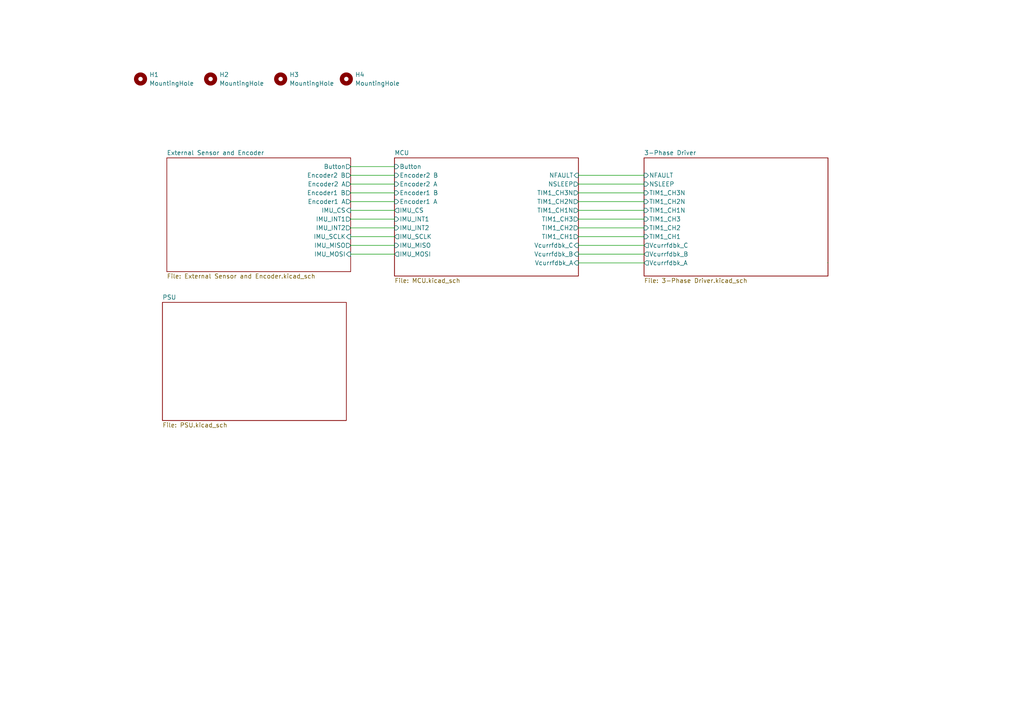
<source format=kicad_sch>
(kicad_sch (version 20250114) (generator "eeschema") (generator_version "9.0")
  (paper "A4")
  (lib_symbols
    (symbol "Mechanical:MountingHole" (pin_names (offset 1.016))
      (property "Reference" "H" (at 0 5.08 0))
      (property "Value" "MountingHole" (at 0 3.175 0))
      (symbol "MountingHole_0_1"
        (circle (center 0 0) (radius 1.27) (stroke (width 1.27)))
      )
    )
  )
  (wire (pts (xy 101.7191 63.5561) (xy 114.4191 63.5561)))
  (wire (pts (xy 167.7591 76.2561) (xy 186.8091 76.2561)))
  (wire (pts (xy 101.7191 53.3961) (xy 114.4191 53.3961)))
  (wire (pts (xy 101.7191 55.9361) (xy 114.4191 55.9361)))
  (wire (pts (xy 240.03 76.2) (xy 240.1491 76.2)))
  (wire (pts (xy 167.7591 55.9361) (xy 186.8091 55.9361)))
  (wire (pts (xy 101.7191 61.0161) (xy 114.4191 61.0161)))
  (wire (pts (xy 101.7191 50.8561) (xy 114.4191 50.8561)))
  (wire (pts (xy 101.7191 66.0961) (xy 114.4191 66.0961)))
  (wire (pts (xy 167.7591 63.5561) (xy 186.8091 63.5561)))
  (wire (pts (xy 167.7591 53.3961) (xy 186.8091 53.3961)))
  (wire (pts (xy 167.7591 66.0961) (xy 186.8091 66.0961)))
  (wire (pts (xy 101.7191 68.6361) (xy 114.4191 68.6361)))
  (wire (pts (xy 167.7591 71.1761) (xy 186.8091 71.1761)))
  (wire (pts (xy 167.7591 68.6361) (xy 186.8091 68.6361)))
  (wire (pts (xy 101.7191 71.1761) (xy 114.4191 71.1761)))
  (wire (pts (xy 167.7591 50.8561) (xy 186.8091 50.8561)))
  (wire (pts (xy 101.7191 73.7161) (xy 114.4191 73.7161)))
  (wire (pts (xy 101.7191 48.3161) (xy 114.4191 48.3161)))
  (wire (pts (xy 167.7591 73.7161) (xy 186.8091 73.7161)))
  (wire (pts (xy 167.7591 58.4761) (xy 186.8091 58.4761)))
  (wire (pts (xy 167.7591 61.0161) (xy 186.8091 61.0161)))
  (wire (pts (xy 101.7191 58.4761) (xy 114.4191 58.4761)))
  (symbol (lib_id "Mechanical:MountingHole") (at 81.3991 22.9161 0) (unit 1)
    (property "Reference" "H3" (at 83.9391 21.6461 0) (effects (justify left)))
    (property "Value" "MountingHole" (at 83.9391 24.1861 0) (effects (justify left)))
    (property "Footprint" "MountingHole:MountingHole_3.2mm_M3_DIN965_Pad" (effects (hide yes)))
  )
  (symbol (lib_id "Mechanical:MountingHole") (at 61.0791 22.9161 0) (unit 1)
    (property "Reference" "H2" (at 63.6191 21.6461 0) (effects (justify left)))
    (property "Value" "MountingHole" (at 63.6191 24.1861 0) (effects (justify left)))
    (property "Footprint" "MountingHole:MountingHole_3.2mm_M3_DIN965_Pad" (effects (hide yes)))
  )
  (symbol (lib_id "Mechanical:MountingHole") (at 40.7591 22.9161 0) (unit 1)
    (property "Reference" "H1" (at 43.2991 21.6461 0) (effects (justify left)))
    (property "Value" "MountingHole" (at 43.2991 24.1861 0) (effects (justify left)))
    (property "Footprint" "MountingHole:MountingHole_3.2mm_M3_DIN965_Pad" (effects (hide yes)))
  )
  (symbol (lib_id "Mechanical:MountingHole") (at 100.4491 22.9161 0) (unit 1)
    (property "Reference" "H4" (at 102.9891 21.6461 0) (effects (justify left)))
    (property "Value" "MountingHole" (at 102.9891 24.1861 0) (effects (justify left)))
    (property "Footprint" "MountingHole:MountingHole_3.2mm_M3_DIN965_Pad" (effects (hide yes)))
  )
  (sheet (at 48.3791 45.7761) (size 53.34 33.02) (stroke (width 0.1524))
    (property "Sheetname" "External Sensor and Encoder" (at 48.3791 45.0645 0) (effects (justify left bottom)))
    (property "Sheetfile" "External Sensor and Encoder.kicad_sch" (at 48.3791 79.3807 0) (effects (justify left top)))
    (pin "IMU_MOSI" input (at 101.7191 73.7161 0))
    (pin "IMU_INT2" output (at 101.7191 66.0961 0))
    (pin "IMU_MISO" output (at 101.7191 71.1761 0))
    (pin "IMU_CS" input (at 101.7191 61.0161 0))
    (pin "IMU_SCLK" input (at 101.7191 68.6361 0))
    (pin "IMU_INT1" output (at 101.7191 63.5561 0))
    (pin "Encoder1 A" output (at 101.7191 58.4761 0))
    (pin "Encoder1 B" output (at 101.7191 55.9361 0))
    (pin "Encoder2 B" output (at 101.7191 50.8561 0))
    (pin "Encoder2 A" output (at 101.7191 53.3961 0))
    (pin "Button" output (at 101.7191 48.3161 0))
  )
  (sheet (at 186.8091 45.7761) (size 53.34 34.29) (stroke (width 0.1524))
    (property "Sheetname" "3-Phase Driver" (at 186.8091 45.0645 0) (effects (justify left bottom)))
    (property "Sheetfile" "3-Phase Driver.kicad_sch" (at 186.8091 80.6507 0) (effects (justify left top)))
    (pin "Vcurrfdbk_A" output (at 186.8091 76.2561 180))
    (pin "Vcurrfdbk_B" output (at 186.8091 73.7161 180))
    (pin "Vcurrfdbk_C" output (at 186.8091 71.1761 180))
    (pin "NSLEEP" input (at 186.8091 53.3961 180))
    (pin "NFAULT" input (at 186.8091 50.8561 180))
    (pin "TIM1_CH3" input (at 186.8091 63.5561 180))
    (pin "TIM1_CH2N" input (at 186.8091 58.4761 180))
    (pin "TIM1_CH2" input (at 186.8091 66.0961 180))
    (pin "TIM1_CH3N" input (at 186.8091 55.9361 180))
    (pin "TIM1_CH1N" input (at 186.8091 61.0161 180))
    (pin "TIM1_CH1" input (at 186.8091 68.6361 180))
  )
  (sheet (at 114.4191 45.7761) (size 53.34 34.29) (stroke (width 0.1524))
    (property "Sheetname" "MCU" (at 114.4191 45.0645 0) (effects (justify left bottom)))
    (property "Sheetfile" "MCU.kicad_sch" (at 114.4191 80.6507 0) (effects (justify left top)))
    (pin "Vcurrfdbk_B" input (at 167.7591 73.7161 0))
    (pin "Vcurrfdbk_A" input (at 167.7591 76.2561 0))
    (pin "Vcurrfdbk_C" input (at 167.7591 71.1761 0))
    (pin "TIM1_CH1" output (at 167.7591 68.6361 0))
    (pin "TIM1_CH2" output (at 167.7591 66.0961 0))
    (pin "TIM1_CH3" output (at 167.7591 63.5561 0))
    (pin "Encoder1 B" input (at 114.4191 55.9361 180))
    (pin "Encoder1 A" input (at 114.4191 58.4761 180))
    (pin "TIM1_CH1N" output (at 167.7591 61.0161 0))
    (pin "TIM1_CH2N" output (at 167.7591 58.4761 0))
    (pin "TIM1_CH3N" output (at 167.7591 55.9361 0))
    (pin "Encoder2 B" input (at 114.4191 50.8561 180))
    (pin "Encoder2 A" input (at 114.4191 53.3961 180))
    (pin "Button" input (at 114.4191 48.3161 180))
    (pin "IMU_CS" output (at 114.4191 61.0161 180))
    (pin "IMU_MISO" input (at 114.4191 71.1761 180))
    (pin "IMU_SCLK" output (at 114.4191 68.6361 180))
    (pin "IMU_INT1" input (at 114.4191 63.5561 180))
    (pin "IMU_INT2" input (at 114.4191 66.0961 180))
    (pin "IMU_MOSI" output (at 114.4191 73.7161 180))
    (pin "NFAULT" input (at 167.7591 50.8561 0))
    (pin "NSLEEP" output (at 167.7591 53.3961 0))
  )
  (sheet (at 47.1091 87.6861) (size 53.34 34.29) (stroke (width 0.1524))
    (property "Sheetname" "PSU" (at 47.1091 86.9745 0) (effects (justify left bottom)))
    (property "Sheetfile" "PSU.kicad_sch" (at 47.1091 122.5607 0) (effects (justify left top)))
  )
)
</source>
